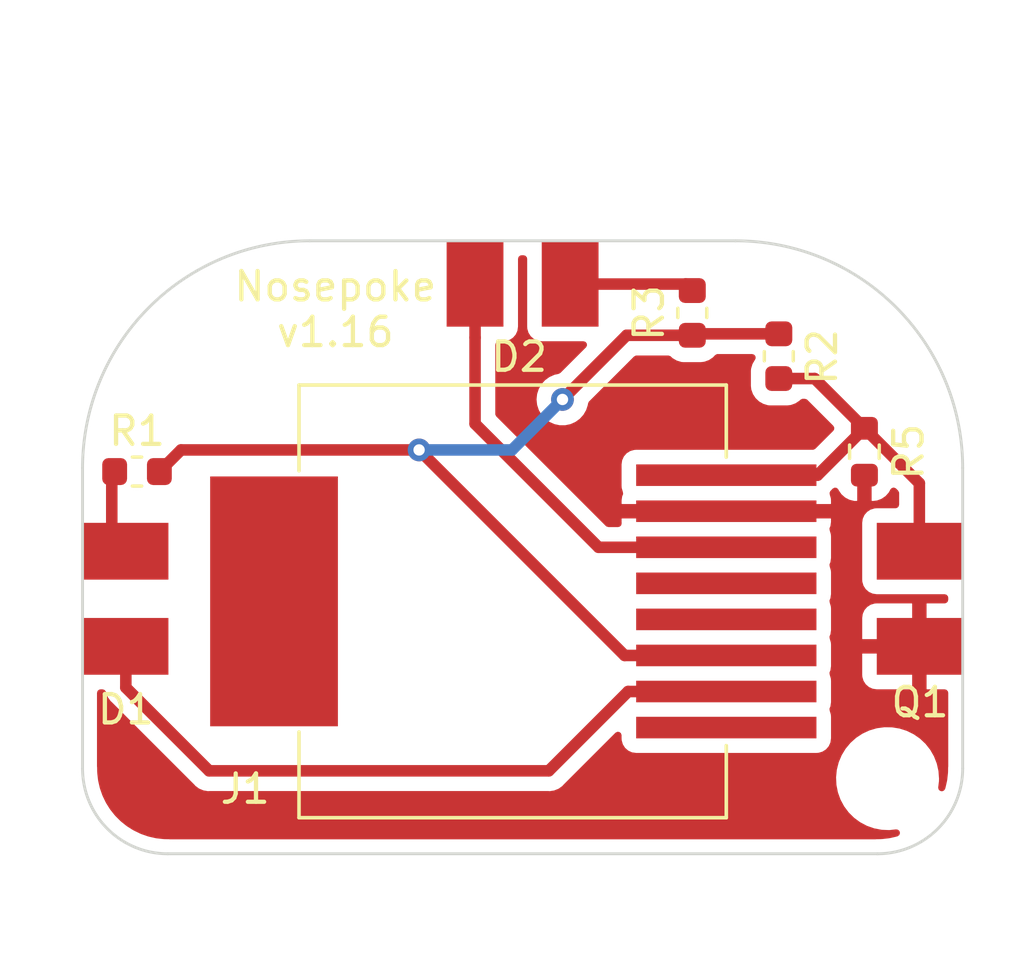
<source format=kicad_pcb>
(kicad_pcb (version 20210228) (generator pcbnew)
  (title_block (date "2021-03-16") (rev "1.16"))
  (layers (0 "F.Cu" signal) (31 "B.Cu" signal) (34 "B.Paste" user) (35 "F.Paste" user) (36 "B.SilkS" user "B.Silkscreen") (37 "F.SilkS" user "F.Silkscreen") (38 "B.Mask" user) (39 "F.Mask" user) (44 "Edge.Cuts" user))
  (net 0 "")
  (net 1 "Net-(D1-Pad2)")
  (net 2 "Net-(D2-Pad2)")
  (net 3 "Net-(D2-Pad1)")
  (net 4 "GND")
  (net 5 "Net-(D1-Pad1)")
  (net 6 "/DIO_A")
  (net 7 "+5V")
  (footprint "Resistor_SMD:R_0603_1608Metric" (layer "F.Cu") (at 127.254 103.124)
    (fp_text reference "R1" (at 0 -1.43) (layer "F.SilkS"))
    (fp_text value "200Ω")
    (fp_line (start -0.162779 0.51) (end 0.162779 0.51) (layer "F.SilkS") (width 0.12))
    (fp_line (start -0.162779 -0.51) (end 0.162779 -0.51) (layer "F.SilkS") (width 0.12))
    (pad "1" smd roundrect (at -0.7875 0) (size 0.875 0.95) (layers "F.Cu" "F.Paste" "F.Mask") (net 1 "Net-(D1-Pad2)"))
    (pad "2" smd roundrect (at 0.7875 0) (size 0.875 0.95) (layers "F.Cu" "F.Paste" "F.Mask") (net 7 "+5V"))
  )
  (footprint "Resistor_SMD:R_0603_1608Metric" (layer "F.Cu") (at 146.812 97.536 -90)
    (fp_text reference "R3" (at 0 1.524 90) (layer "F.SilkS"))
    (fp_text value "82Ω")
    (fp_line (start -0.162779 -0.51) (end 0.162779 -0.51) (layer "F.SilkS") (width 0.12))
    (fp_line (start -0.162779 0.51) (end 0.162779 0.51) (layer "F.SilkS") (width 0.12))
    (pad "1" smd roundrect (at -0.7875 0 270) (size 0.875 0.95) (layers "F.Cu" "F.Paste" "F.Mask") (net 2 "Net-(D2-Pad2)"))
    (pad "2" smd roundrect (at 0.7875 0 270) (size 0.875 0.95) (layers "F.Cu" "F.Paste" "F.Mask") (net 7 "+5V"))
  )
  (footprint "asl_footprints:MountingHole_2.7mm_M2.5" (layer "F.Cu") (at 129.446914 99.106913)
    (fp_text reference "H1" hide)
    (fp_text value "MountingHole" hide)
    (pad "" np_thru_hole circle (at 0 0) (size 2.6 2.6) (drill 2.6) (layers *.Cu *.Mask))
  )
  (footprint "asl_footprints:MountingHole_2.7mm_M2.5" (layer "F.Cu") (at 153.689554 113.939553)
    (fp_text reference "H2" hide)
    (fp_text value "MountingHole" hide)
    (pad "" np_thru_hole circle (at 0 0) (size 2.6 2.6) (drill 2.6) (layers *.Cu *.Mask))
  )
  (footprint "asl_footprints:board_to_board_joint" (layer "F.Cu") (at 128.36 107.605 90)
    (fp_text reference "D1" (at -3.900447 -1.5 180) (layer "F.SilkS"))
    (fp_text value "IR26-21C/L110/TR8")
    (pad "1" smd rect (at -1.675 -1.5 90) (size 2 3) (layers "F.Cu" "F.Paste" "F.Mask") (net 5 "Net-(D1-Pad1)"))
    (pad "2" smd rect (at 1.675 -1.5 90) (size 2 3) (layers "F.Cu" "F.Paste" "F.Mask") (net 1 "Net-(D1-Pad2)"))
  )
  (footprint "asl_footprints:board_to_board_joint" (layer "F.Cu") (at 140.835 98.02)
    (fp_text reference "D2" (at -0.120002 1.064) (layer "F.SilkS"))
    (fp_text value "23-11/T7D-CQ2R2QY/2A")
    (pad "1" smd rect (at -1.675 -1.5) (size 2 3) (layers "F.Cu" "F.Paste" "F.Mask") (net 3 "Net-(D2-Pad1)"))
    (pad "2" smd rect (at 1.675 -1.5) (size 2 3) (layers "F.Cu" "F.Paste" "F.Mask") (net 2 "Net-(D2-Pad2)"))
  )
  (footprint "asl_footprints:RJ45_SMD_Vertical" (layer "F.Cu") (at 139.7 107.696 -90)
    (fp_text reference "J1" (at 6.604 8.636 180) (layer "F.SilkS"))
    (fp_text value "0855135013")
    (fp_line (start -4.6 6.74) (end -7.62 6.74) (layer "F.SilkS") (width 0.127))
    (fp_line (start 7.62 -8.31) (end 7.62 6.74) (layer "F.SilkS") (width 0.127))
    (fp_line (start -7.62 -8.31) (end -5.08 -8.31) (layer "F.SilkS") (width 0.127))
    (fp_line (start 5.08 -8.31) (end 7.62 -8.31) (layer "F.SilkS") (width 0.127))
    (fp_line (start 7.62 6.74) (end 4.6 6.74) (layer "F.SilkS") (width 0.127))
    (fp_line (start -7.62 6.74) (end -7.62 -8.31) (layer "F.SilkS") (width 0.127))
    (pad "1" smd rect (at -4.445 -8.31) (size 6.35 0.76) (layers "F.Cu" "F.Paste" "F.Mask") (net 6 "/DIO_A"))
    (pad "2" smd rect (at -3.175 -8.31) (size 6.35 0.76) (layers "F.Cu" "F.Paste" "F.Mask") (net 4 "GND"))
    (pad "3" smd rect (at -1.905 -8.31) (size 6.35 0.76) (layers "F.Cu" "F.Paste" "F.Mask") (net 3 "Net-(D2-Pad1)"))
    (pad "4" smd rect (at -0.635 -8.31) (size 6.35 0.76) (layers "F.Cu" "F.Paste" "F.Mask"))
    (pad "5" smd rect (at 0.635 -8.31) (size 6.35 0.76) (layers "F.Cu" "F.Paste" "F.Mask"))
    (pad "6" smd rect (at 1.905 -8.31) (size 6.35 0.76) (layers "F.Cu" "F.Paste" "F.Mask") (net 7 "+5V"))
    (pad "7" smd rect (at 3.175 -8.31) (size 6.35 0.76) (layers "F.Cu" "F.Paste" "F.Mask") (net 5 "Net-(D1-Pad1)"))
    (pad "8" smd rect (at 4.445 -8.31) (size 6.35 0.76) (layers "F.Cu" "F.Paste" "F.Mask"))
    (pad "MNT" smd rect (at 0 7.62) (size 4.5 8.8) (layers "F.Cu" "F.Paste" "F.Mask"))
  )
  (footprint "asl_footprints:board_to_board_joint" (layer "F.Cu") (at 153.31 107.605 -90)
    (fp_text reference "Q1" (at 3.647 -1.524 180) (layer "F.SilkS"))
    (fp_text value "PT26-21C/TR8")
    (pad "1" smd rect (at -1.675 -1.5 270) (size 2 3) (layers "F.Cu" "F.Paste" "F.Mask") (net 6 "/DIO_A"))
    (pad "2" smd rect (at 1.675 -1.5 270) (size 2 3) (layers "F.Cu" "F.Paste" "F.Mask") (net 4 "GND"))
  )
  (footprint "Resistor_SMD:R_0603_1608Metric" (layer "F.Cu") (at 149.86 99.06 90)
    (fp_text reference "R2" (at -0.0255 1.524 90) (layer "F.SilkS"))
    (fp_text value "10KΩ")
    (fp_line (start -0.162779 0.51) (end 0.162779 0.51) (layer "F.SilkS") (width 0.12))
    (fp_line (start -0.162779 -0.51) (end 0.162779 -0.51) (layer "F.SilkS") (width 0.12))
    (pad "1" smd roundrect (at -0.7875 0 90) (size 0.875 0.95) (layers "F.Cu" "F.Paste" "F.Mask") (net 6 "/DIO_A"))
    (pad "2" smd roundrect (at 0.7875 0 90) (size 0.875 0.95) (layers "F.Cu" "F.Paste" "F.Mask") (net 7 "+5V"))
  )
  (footprint "Resistor_SMD:R_0603_1608Metric" (layer "F.Cu") (at 152.875 102.425 90)
    (fp_text reference "R5" (at 0 1.557 270) (layer "F.SilkS"))
    (fp_text value "20KΩ")
    (fp_line (start -0.237258 0.5225) (end 0.237258 0.5225) (layer "F.SilkS") (width 0.12))
    (fp_line (start -0.237258 -0.5225) (end 0.237258 -0.5225) (layer "F.SilkS") (width 0.12))
    (pad "1" smd roundrect (at -0.825 0 90) (size 0.8 0.95) (layers "F.Cu" "F.Paste" "F.Mask") (net 4 "GND"))
    (pad "2" smd roundrect (at 0.825 0 90) (size 0.8 0.95) (layers "F.Cu" "F.Paste" "F.Mask") (net 6 "/DIO_A"))
  )
  (gr_line (start 156.336009 102.996009) (end 156.336009 113.586006) (layer "Edge.Cuts") (width 0.1016))
  (gr_line (start 133.336005 94.996) (end 148.336 94.996) (layer "Edge.Cuts") (width 0.1016))
  (gr_arc (start 153.336004 113.585993) (end 153.33599 116.586) (angle -90) (layer "Edge.Cuts") (width 0.1016))
  (gr_arc (start 148.336 102.996008) (end 156.336009 102.996009) (angle -90) (layer "Edge.Cuts") (width 0.1016))
  (gr_arc (start 128.336002 113.585994) (end 125.335995 113.586006) (angle -90) (layer "Edge.Cuts") (width 0.1016))
  (gr_line (start 125.335995 102.996009) (end 125.335995 113.586006) (layer "Edge.Cuts") (width 0.1016))
  (gr_arc (start 133.336003 102.996009) (end 133.336005 94.996) (angle -90) (layer "Edge.Cuts") (width 0.1016))
  (gr_line (start 128.336015 116.586) (end 153.33599 116.586) (layer "Edge.Cuts") (width 0.1016))
  (gr_text "Nosepoke\nv1.16" (at 134.239 97.409) (layer "F.SilkS") (effects (font (size 1 1))))
  (segment (start 126.365 105.459551) (end 126.365 103.2255) (width 0.4064) (layer "F.Cu") (net 1))
  (segment (start 126.836002 105.930553) (end 126.365 105.459551) (width 0.4064) (layer "F.Cu") (net 1))
  (segment (start 126.365 103.2255) (end 126.4665 103.124) (width 0.4064) (layer "F.Cu") (net 1))
  (segment (start 142.535002 96.52) (end 142.511002 96.496) (width 0.4064) (layer "F.Cu") (net 2))
  (segment (start 146.5835 96.52) (end 142.535002 96.52) (width 0.4064) (layer "F.Cu") (net 2))
  (segment (start 146.812 96.7485) (end 146.5835 96.52) (width 0.4064) (layer "F.Cu") (net 2))
  (segment (start 143.51 105.791) (end 139.161002 101.442002) (width 0.4064) (layer "F.Cu") (net 3))
  (segment (start 139.161002 101.442002) (end 139.161002 98.4024) (width 0.4064) (layer "F.Cu") (net 3))
  (segment (start 139.161002 98.4024) (end 139.161002 96.496) (width 0.4064) (layer "F.Cu") (net 3))
  (segment (start 148.01 105.791) (end 143.51 105.791) (width 0.4064) (layer "F.Cu") (net 3))
  (segment (start 152.875 103.25) (end 152.874 103.251) (width 0.4064) (layer "F.Cu") (net 4))
  (segment (start 144.5514 110.871) (end 148.01 110.871) (width 0.4064) (layer "F.Cu") (net 5))
  (segment (start 126.86 109.28) (end 126.86 110.731) (width 0.4064) (layer "F.Cu") (net 5))
  (segment (start 126.86 110.731) (end 129.794 113.665) (width 0.4064) (layer "F.Cu") (net 5))
  (segment (start 129.794 113.665) (end 141.7574 113.665) (width 0.4064) (layer "F.Cu") (net 5))
  (segment (start 141.7574 113.665) (end 144.5514 110.871) (width 0.4064) (layer "F.Cu") (net 5))
  (segment (start 148.01 103.251) (end 151.224 103.251) (width 0.4064) (layer "F.Cu") (net 6))
  (segment (start 151.1225 99.8475) (end 149.86 99.8475) (width 0.4064) (layer "F.Cu") (net 6))
  (segment (start 149.8625 99.85) (end 150.368 99.85) (width 0.25) (layer "F.Cu") (net 6))
  (segment (start 150.805 103.251) (end 148.01 103.251) (width 0.4064) (layer "F.Cu") (net 6))
  (segment (start 150.8735 99.85) (end 149.8625 99.85) (width 0.25) (layer "F.Cu") (net 6))
  (segment (start 154.81 103.535) (end 152.875 101.6) (width 0.4064) (layer "F.Cu") (net 6))
  (segment (start 154.81 105.93) (end 154.81 103.535) (width 0.4064) (layer "F.Cu") (net 6))
  (segment (start 152.875 101.6) (end 151.1225 99.8475) (width 0.4064) (layer "F.Cu") (net 6))
  (segment (start 154.81 105.93) (end 154.81 105.534) (width 0.4064) (layer "F.Cu") (net 6))
  (segment (start 149.86 99.8475) (end 149.8625 99.85) (width 0.25) (layer "F.Cu") (net 6))
  (segment (start 151.224 103.251) (end 152.875 101.6) (width 0.4064) (layer "F.Cu") (net 6))
  (segment (start 150.876 103.18) (end 150.805 103.251) (width 0.4064) (layer "F.Cu") (net 6))
  (segment (start 144.5005 98.3235) (end 142.24 100.584) (width 0.4064) (layer "F.Cu") (net 7))
  (segment (start 148.01 109.601) (end 144.4286 109.601) (width 0.4064) (layer "F.Cu") (net 7))
  (segment (start 128.8035 102.362) (end 128.0415 103.124) (width 0.4064) (layer "F.Cu") (net 7))
  (segment (start 146.812 98.3235) (end 144.5005 98.3235) (width 0.4064) (layer "F.Cu") (net 7))
  (segment (start 137.1896 102.362) (end 128.8035 102.362) (width 0.4064) (layer "F.Cu") (net 7))
  (segment (start 149.86 98.2725) (end 146.863 98.2725) (width 0.4064) (layer "F.Cu") (net 7))
  (segment (start 144.4286 109.601) (end 137.1896 102.362) (width 0.4064) (layer "F.Cu") (net 7))
  (segment (start 146.863 98.2725) (end 146.812 98.3235) (width 0.4064) (layer "F.Cu") (net 7))
  (via (at 137.1896 102.362) (size 0.8) (drill 0.4) (layers "F.Cu" "B.Cu") (net 7))
  (via (at 142.24 100.584) (size 0.8) (drill 0.4) (layers "F.Cu" "B.Cu") (net 7))
  (segment (start 137.1896 102.362) (end 140.462 102.362) (width 0.4064) (layer "B.Cu") (net 7))
  (segment (start 140.462 102.362) (end 142.24 100.584) (width 0.4064) (layer "B.Cu") (net 7))
  (zone (net 4) (net_name "GND") (layer "F.Cu") (connect_pads (clearance 0.508)) (min_thickness 0.254) (fill yes (thermal_gap 0.508) (thermal_bridge_width 0.508))
    (polygon (pts (xy 157.734 118.872) (xy 122.936 118.872) (xy 122.936 93.218) (xy 157.734 93.218)))
  )
)
</source>
